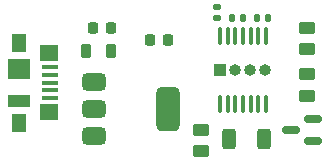
<source format=gbr>
%TF.GenerationSoftware,KiCad,Pcbnew,8.0.6*%
%TF.CreationDate,2024-12-25T17:09:28-08:00*%
%TF.ProjectId,USB_LED_Controller,5553425f-4c45-4445-9f43-6f6e74726f6c,rev?*%
%TF.SameCoordinates,Original*%
%TF.FileFunction,Soldermask,Top*%
%TF.FilePolarity,Negative*%
%FSLAX46Y46*%
G04 Gerber Fmt 4.6, Leading zero omitted, Abs format (unit mm)*
G04 Created by KiCad (PCBNEW 8.0.6) date 2024-12-25 17:09:28*
%MOMM*%
%LPD*%
G01*
G04 APERTURE LIST*
G04 Aperture macros list*
%AMRoundRect*
0 Rectangle with rounded corners*
0 $1 Rounding radius*
0 $2 $3 $4 $5 $6 $7 $8 $9 X,Y pos of 4 corners*
0 Add a 4 corners polygon primitive as box body*
4,1,4,$2,$3,$4,$5,$6,$7,$8,$9,$2,$3,0*
0 Add four circle primitives for the rounded corners*
1,1,$1+$1,$2,$3*
1,1,$1+$1,$4,$5*
1,1,$1+$1,$6,$7*
1,1,$1+$1,$8,$9*
0 Add four rect primitives between the rounded corners*
20,1,$1+$1,$2,$3,$4,$5,0*
20,1,$1+$1,$4,$5,$6,$7,0*
20,1,$1+$1,$6,$7,$8,$9,0*
20,1,$1+$1,$8,$9,$2,$3,0*%
G04 Aperture macros list end*
%ADD10RoundRect,0.250000X-0.450000X0.262500X-0.450000X-0.262500X0.450000X-0.262500X0.450000X0.262500X0*%
%ADD11RoundRect,0.250000X0.450000X-0.262500X0.450000X0.262500X-0.450000X0.262500X-0.450000X-0.262500X0*%
%ADD12RoundRect,0.375000X-0.625000X-0.375000X0.625000X-0.375000X0.625000X0.375000X-0.625000X0.375000X0*%
%ADD13RoundRect,0.500000X-0.500000X-1.400000X0.500000X-1.400000X0.500000X1.400000X-0.500000X1.400000X0*%
%ADD14RoundRect,0.100000X0.100000X-0.637500X0.100000X0.637500X-0.100000X0.637500X-0.100000X-0.637500X0*%
%ADD15RoundRect,0.250000X-0.312500X-0.625000X0.312500X-0.625000X0.312500X0.625000X-0.312500X0.625000X0*%
%ADD16RoundRect,0.150000X0.587500X0.150000X-0.587500X0.150000X-0.587500X-0.150000X0.587500X-0.150000X0*%
%ADD17R,1.380000X0.450000*%
%ADD18R,1.300000X1.650000*%
%ADD19R,1.550000X1.425000*%
%ADD20R,1.900000X1.800000*%
%ADD21R,1.900000X1.000000*%
%ADD22R,1.000000X1.000000*%
%ADD23O,1.000000X1.000000*%
%ADD24RoundRect,0.218750X0.218750X0.381250X-0.218750X0.381250X-0.218750X-0.381250X0.218750X-0.381250X0*%
%ADD25RoundRect,0.225000X0.225000X0.250000X-0.225000X0.250000X-0.225000X-0.250000X0.225000X-0.250000X0*%
%ADD26RoundRect,0.140000X0.140000X0.170000X-0.140000X0.170000X-0.140000X-0.170000X0.140000X-0.170000X0*%
%ADD27RoundRect,0.140000X-0.170000X0.140000X-0.170000X-0.140000X0.170000X-0.140000X0.170000X0.140000X0*%
%ADD28RoundRect,0.140000X-0.140000X-0.170000X0.140000X-0.170000X0.140000X0.170000X-0.140000X0.170000X0*%
G04 APERTURE END LIST*
D10*
%TO.C,R4*%
X85344000Y-74883000D03*
X85344000Y-76708000D03*
%TD*%
D11*
%TO.C,R2*%
X94361000Y-68095500D03*
X94361000Y-66270500D03*
%TD*%
D12*
%TO.C,U2*%
X76250000Y-70852000D03*
X76250000Y-73152000D03*
D13*
X82550000Y-73152000D03*
D12*
X76250000Y-75452000D03*
%TD*%
D14*
%TO.C,U1*%
X86950000Y-72712500D03*
X87600000Y-72712500D03*
X88250000Y-72712500D03*
X88900000Y-72712500D03*
X89550000Y-72712500D03*
X90200000Y-72712500D03*
X90850000Y-72712500D03*
X90850000Y-66987500D03*
X90200000Y-66987500D03*
X89550000Y-66987500D03*
X88900000Y-66987500D03*
X88250000Y-66987500D03*
X87600000Y-66987500D03*
X86950000Y-66987500D03*
%TD*%
D15*
%TO.C,R3*%
X87753000Y-75692000D03*
X90678000Y-75692000D03*
%TD*%
D11*
%TO.C,R1*%
X94337500Y-72032500D03*
X94337500Y-70207500D03*
%TD*%
D16*
%TO.C,Q1*%
X94839000Y-75880000D03*
X94839000Y-73980000D03*
X92964000Y-74930000D03*
%TD*%
D17*
%TO.C,J2*%
X72602000Y-69620000D03*
X72602000Y-70270000D03*
X72602000Y-70920000D03*
X72602000Y-71570000D03*
X72602000Y-72220000D03*
D18*
X69942000Y-67545000D03*
D19*
X72517000Y-68432500D03*
D20*
X69942000Y-69770000D03*
D21*
X69942000Y-72470000D03*
D19*
X72517000Y-73407500D03*
D18*
X69942000Y-74295000D03*
%TD*%
D22*
%TO.C,J1*%
X86995000Y-69850000D03*
D23*
X88265000Y-69850000D03*
X89535000Y-69850000D03*
X90805000Y-69850000D03*
%TD*%
D24*
%TO.C,FB1*%
X77724000Y-68199000D03*
X75599000Y-68199000D03*
%TD*%
D25*
%TO.C,C5*%
X81000000Y-67310000D03*
X82550000Y-67310000D03*
%TD*%
%TO.C,C4*%
X77724000Y-66294000D03*
X76174000Y-66294000D03*
%TD*%
D26*
%TO.C,C3*%
X88900000Y-65405000D03*
X87940000Y-65405000D03*
%TD*%
D27*
%TO.C,C2*%
X86741000Y-64516000D03*
X86741000Y-65476000D03*
%TD*%
D28*
%TO.C,C1*%
X90099000Y-65405000D03*
X91059000Y-65405000D03*
%TD*%
M02*

</source>
